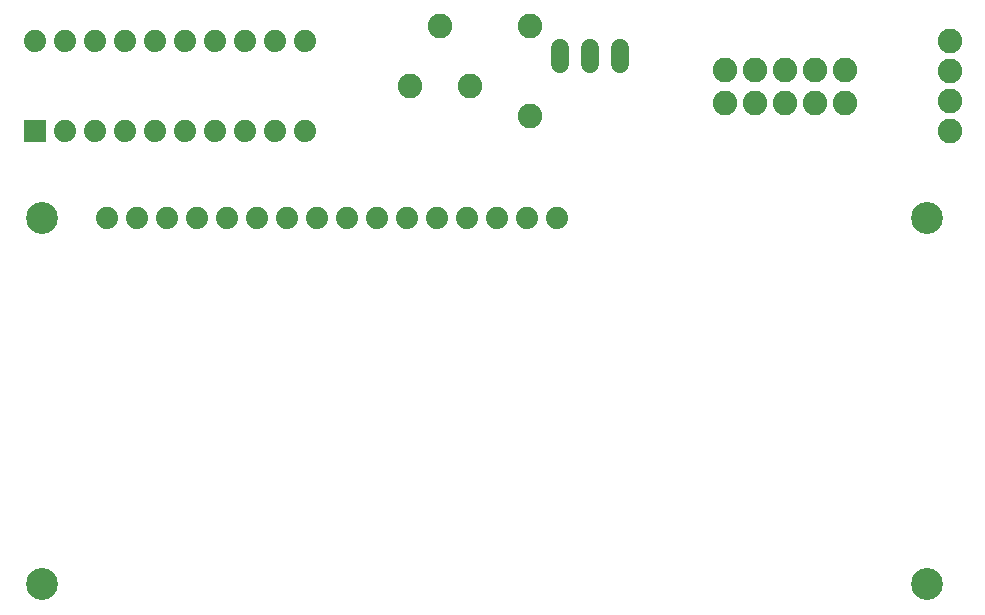
<source format=gts>
G75*
%MOIN*%
%OFA0B0*%
%FSLAX25Y25*%
%IPPOS*%
%LPD*%
%AMOC8*
5,1,8,0,0,1.08239X$1,22.5*
%
%ADD10C,0.08200*%
%ADD11R,0.07400X0.07400*%
%ADD12C,0.07400*%
%ADD13C,0.06000*%
%ADD14C,0.10643*%
D10*
X0191750Y0181750D03*
X0171750Y0191750D03*
X0151750Y0191750D03*
X0161750Y0211750D03*
X0191750Y0211750D03*
X0256750Y0197250D03*
X0266750Y0197250D03*
X0276750Y0197250D03*
X0286750Y0197250D03*
X0296750Y0197250D03*
X0296750Y0186250D03*
X0286750Y0186250D03*
X0276750Y0186250D03*
X0266750Y0186250D03*
X0256750Y0186250D03*
X0331750Y0186750D03*
X0331750Y0176750D03*
X0331750Y0196750D03*
X0331750Y0206750D03*
D11*
X0026750Y0176750D03*
D12*
X0036750Y0176750D03*
X0046750Y0176750D03*
X0056750Y0176750D03*
X0066750Y0176750D03*
X0076750Y0176750D03*
X0086750Y0176750D03*
X0096750Y0176750D03*
X0106750Y0176750D03*
X0116750Y0176750D03*
X0120766Y0147774D03*
X0130766Y0147774D03*
X0140766Y0147774D03*
X0150766Y0147774D03*
X0160766Y0147774D03*
X0170766Y0147774D03*
X0180766Y0147774D03*
X0190766Y0147774D03*
X0200766Y0147774D03*
X0116750Y0206750D03*
X0106750Y0206750D03*
X0096750Y0206750D03*
X0086750Y0206750D03*
X0076750Y0206750D03*
X0066750Y0206750D03*
X0056750Y0206750D03*
X0046750Y0206750D03*
X0036750Y0206750D03*
X0026750Y0206750D03*
X0050766Y0147774D03*
X0060766Y0147774D03*
X0070766Y0147774D03*
X0080766Y0147774D03*
X0090766Y0147774D03*
X0100766Y0147774D03*
X0110766Y0147774D03*
D13*
X0201750Y0199150D02*
X0201750Y0204350D01*
X0211750Y0204350D02*
X0211750Y0199150D01*
X0221750Y0199150D02*
X0221750Y0204350D01*
D14*
X0029112Y0025726D03*
X0029112Y0147774D03*
X0324388Y0147774D03*
X0324388Y0025726D03*
M02*

</source>
